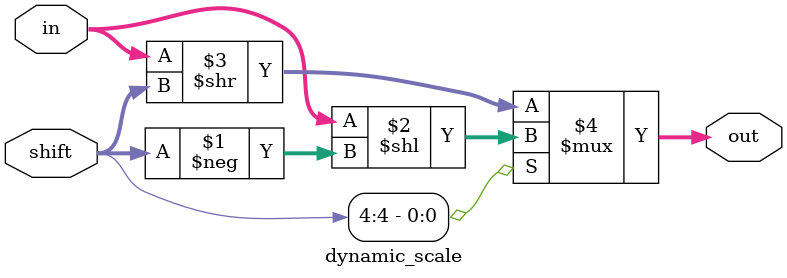
<source format=sv>
module dynamic_scale #(W=24)(input [W-1:0] in, input [4:0] shift, output [W-1:0] out);
assign out = shift[4] ? in << -shift : in >> shift;
endmodule
</source>
